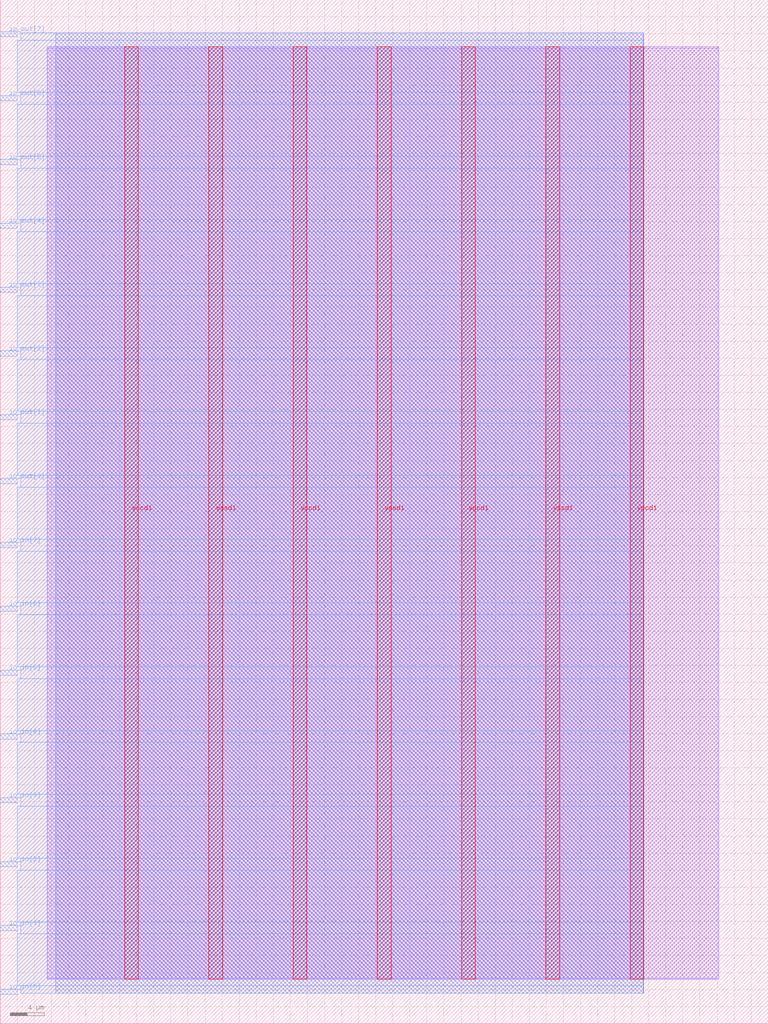
<source format=lef>
VERSION 5.7 ;
  NOWIREEXTENSIONATPIN ON ;
  DIVIDERCHAR "/" ;
  BUSBITCHARS "[]" ;
MACRO user_module_346916357828248146
  CLASS BLOCK ;
  FOREIGN user_module_346916357828248146 ;
  ORIGIN 0.000 0.000 ;
  SIZE 90.000 BY 120.000 ;
  PIN io_in[0]
    DIRECTION INPUT ;
    USE SIGNAL ;
    PORT
      LAYER met3 ;
        RECT 0.000 3.440 2.000 4.040 ;
    END
  END io_in[0]
  PIN io_in[1]
    DIRECTION INPUT ;
    USE SIGNAL ;
    PORT
      LAYER met3 ;
        RECT 0.000 10.920 2.000 11.520 ;
    END
  END io_in[1]
  PIN io_in[2]
    DIRECTION INPUT ;
    USE SIGNAL ;
    PORT
      LAYER met3 ;
        RECT 0.000 18.400 2.000 19.000 ;
    END
  END io_in[2]
  PIN io_in[3]
    DIRECTION INPUT ;
    USE SIGNAL ;
    PORT
      LAYER met3 ;
        RECT 0.000 25.880 2.000 26.480 ;
    END
  END io_in[3]
  PIN io_in[4]
    DIRECTION INPUT ;
    USE SIGNAL ;
    PORT
      LAYER met3 ;
        RECT 0.000 33.360 2.000 33.960 ;
    END
  END io_in[4]
  PIN io_in[5]
    DIRECTION INPUT ;
    USE SIGNAL ;
    PORT
      LAYER met3 ;
        RECT 0.000 40.840 2.000 41.440 ;
    END
  END io_in[5]
  PIN io_in[6]
    DIRECTION INPUT ;
    USE SIGNAL ;
    PORT
      LAYER met3 ;
        RECT 0.000 48.320 2.000 48.920 ;
    END
  END io_in[6]
  PIN io_in[7]
    DIRECTION INPUT ;
    USE SIGNAL ;
    PORT
      LAYER met3 ;
        RECT 0.000 55.800 2.000 56.400 ;
    END
  END io_in[7]
  PIN io_out[0]
    DIRECTION OUTPUT TRISTATE ;
    USE SIGNAL ;
    PORT
      LAYER met3 ;
        RECT 0.000 63.280 2.000 63.880 ;
    END
  END io_out[0]
  PIN io_out[1]
    DIRECTION OUTPUT TRISTATE ;
    USE SIGNAL ;
    PORT
      LAYER met3 ;
        RECT 0.000 70.760 2.000 71.360 ;
    END
  END io_out[1]
  PIN io_out[2]
    DIRECTION OUTPUT TRISTATE ;
    USE SIGNAL ;
    PORT
      LAYER met3 ;
        RECT 0.000 78.240 2.000 78.840 ;
    END
  END io_out[2]
  PIN io_out[3]
    DIRECTION OUTPUT TRISTATE ;
    USE SIGNAL ;
    PORT
      LAYER met3 ;
        RECT 0.000 85.720 2.000 86.320 ;
    END
  END io_out[3]
  PIN io_out[4]
    DIRECTION OUTPUT TRISTATE ;
    USE SIGNAL ;
    PORT
      LAYER met3 ;
        RECT 0.000 93.200 2.000 93.800 ;
    END
  END io_out[4]
  PIN io_out[5]
    DIRECTION OUTPUT TRISTATE ;
    USE SIGNAL ;
    PORT
      LAYER met3 ;
        RECT 0.000 100.680 2.000 101.280 ;
    END
  END io_out[5]
  PIN io_out[6]
    DIRECTION OUTPUT TRISTATE ;
    USE SIGNAL ;
    PORT
      LAYER met3 ;
        RECT 0.000 108.160 2.000 108.760 ;
    END
  END io_out[6]
  PIN io_out[7]
    DIRECTION OUTPUT TRISTATE ;
    USE SIGNAL ;
    PORT
      LAYER met3 ;
        RECT 0.000 115.640 2.000 116.240 ;
    END
  END io_out[7]
  PIN vccd1
    DIRECTION INOUT ;
    USE POWER ;
    PORT
      LAYER met4 ;
        RECT 14.590 5.200 16.190 114.480 ;
    END
    PORT
      LAYER met4 ;
        RECT 34.330 5.200 35.930 114.480 ;
    END
    PORT
      LAYER met4 ;
        RECT 54.070 5.200 55.670 114.480 ;
    END
    PORT
      LAYER met4 ;
        RECT 73.810 5.200 75.410 114.480 ;
    END
  END vccd1
  PIN vssd1
    DIRECTION INOUT ;
    USE GROUND ;
    PORT
      LAYER met4 ;
        RECT 24.460 5.200 26.060 114.480 ;
    END
    PORT
      LAYER met4 ;
        RECT 44.200 5.200 45.800 114.480 ;
    END
    PORT
      LAYER met4 ;
        RECT 63.940 5.200 65.540 114.480 ;
    END
  END vssd1
  OBS
      LAYER li1 ;
        RECT 5.520 5.355 84.180 114.325 ;
      LAYER met1 ;
        RECT 5.520 5.200 84.180 114.480 ;
      LAYER met2 ;
        RECT 6.530 3.555 75.380 116.125 ;
      LAYER met3 ;
        RECT 2.400 115.240 75.400 116.105 ;
        RECT 2.000 109.160 75.400 115.240 ;
        RECT 2.400 107.760 75.400 109.160 ;
        RECT 2.000 101.680 75.400 107.760 ;
        RECT 2.400 100.280 75.400 101.680 ;
        RECT 2.000 94.200 75.400 100.280 ;
        RECT 2.400 92.800 75.400 94.200 ;
        RECT 2.000 86.720 75.400 92.800 ;
        RECT 2.400 85.320 75.400 86.720 ;
        RECT 2.000 79.240 75.400 85.320 ;
        RECT 2.400 77.840 75.400 79.240 ;
        RECT 2.000 71.760 75.400 77.840 ;
        RECT 2.400 70.360 75.400 71.760 ;
        RECT 2.000 64.280 75.400 70.360 ;
        RECT 2.400 62.880 75.400 64.280 ;
        RECT 2.000 56.800 75.400 62.880 ;
        RECT 2.400 55.400 75.400 56.800 ;
        RECT 2.000 49.320 75.400 55.400 ;
        RECT 2.400 47.920 75.400 49.320 ;
        RECT 2.000 41.840 75.400 47.920 ;
        RECT 2.400 40.440 75.400 41.840 ;
        RECT 2.000 34.360 75.400 40.440 ;
        RECT 2.400 32.960 75.400 34.360 ;
        RECT 2.000 26.880 75.400 32.960 ;
        RECT 2.400 25.480 75.400 26.880 ;
        RECT 2.000 19.400 75.400 25.480 ;
        RECT 2.400 18.000 75.400 19.400 ;
        RECT 2.000 11.920 75.400 18.000 ;
        RECT 2.400 10.520 75.400 11.920 ;
        RECT 2.000 4.440 75.400 10.520 ;
        RECT 2.400 3.575 75.400 4.440 ;
  END
END user_module_346916357828248146
END LIBRARY


</source>
